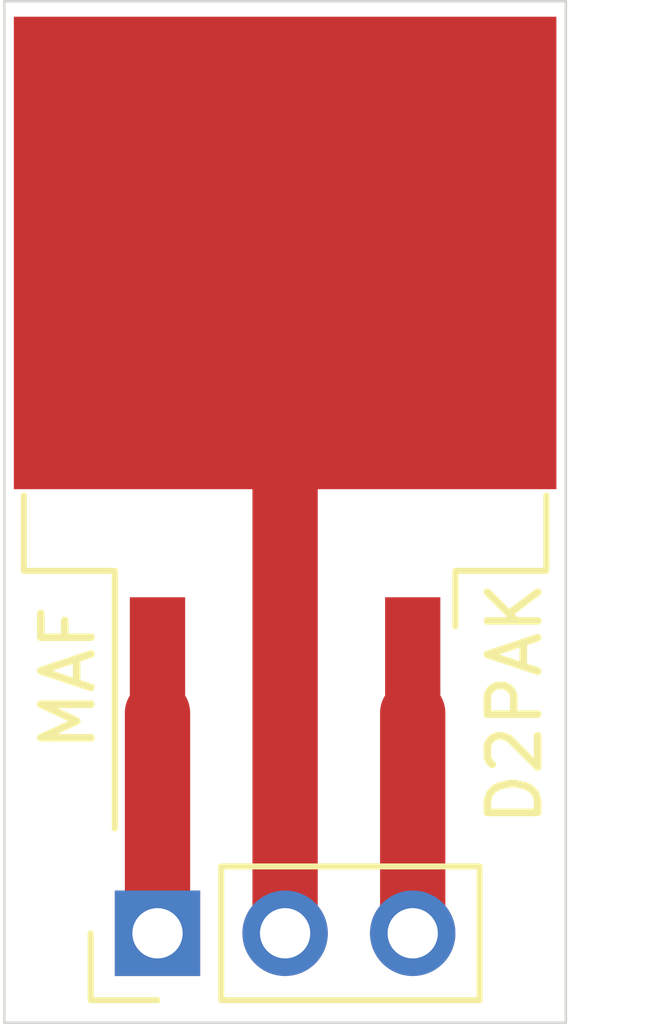
<source format=kicad_pcb>
(kicad_pcb (version 20171130) (host pcbnew 5.1.6-1.fc32)

  (general
    (thickness 1.6)
    (drawings 4)
    (tracks 3)
    (zones 0)
    (modules 2)
    (nets 1)
  )

  (page A4)
  (layers
    (0 F.Cu signal)
    (31 B.Cu signal)
    (32 B.Adhes user)
    (33 F.Adhes user)
    (34 B.Paste user)
    (35 F.Paste user)
    (36 B.SilkS user)
    (37 F.SilkS user)
    (38 B.Mask user)
    (39 F.Mask user)
    (40 Dwgs.User user)
    (41 Cmts.User user)
    (42 Eco1.User user)
    (43 Eco2.User user)
    (44 Edge.Cuts user)
    (45 Margin user)
    (46 B.CrtYd user)
    (47 F.CrtYd user)
    (48 B.Fab user)
    (49 F.Fab user)
  )

  (setup
    (last_trace_width 0.25)
    (trace_clearance 0.2)
    (zone_clearance 0.508)
    (zone_45_only no)
    (trace_min 0.2)
    (via_size 0.8)
    (via_drill 0.4)
    (via_min_size 0.4)
    (via_min_drill 0.3)
    (uvia_size 0.3)
    (uvia_drill 0.1)
    (uvias_allowed no)
    (uvia_min_size 0.2)
    (uvia_min_drill 0.1)
    (edge_width 0.05)
    (segment_width 0.2)
    (pcb_text_width 0.3)
    (pcb_text_size 1.5 1.5)
    (mod_edge_width 0.12)
    (mod_text_size 1 1)
    (mod_text_width 0.15)
    (pad_size 1.524 1.524)
    (pad_drill 0.762)
    (pad_to_mask_clearance 0.05)
    (aux_axis_origin 0 0)
    (visible_elements FFFFFF7F)
    (pcbplotparams
      (layerselection 0x010fc_ffffffff)
      (usegerberextensions false)
      (usegerberattributes true)
      (usegerberadvancedattributes true)
      (creategerberjobfile true)
      (excludeedgelayer true)
      (linewidth 0.100000)
      (plotframeref false)
      (viasonmask false)
      (mode 1)
      (useauxorigin false)
      (hpglpennumber 1)
      (hpglpenspeed 20)
      (hpglpendiameter 15.000000)
      (psnegative false)
      (psa4output false)
      (plotreference true)
      (plotvalue true)
      (plotinvisibletext false)
      (padsonsilk false)
      (subtractmaskfromsilk false)
      (outputformat 1)
      (mirror false)
      (drillshape 1)
      (scaleselection 1)
      (outputdirectory ""))
  )

  (net 0 "")

  (net_class Default "This is the default net class."
    (clearance 0.2)
    (trace_width 0.25)
    (via_dia 0.8)
    (via_drill 0.4)
    (uvia_dia 0.3)
    (uvia_drill 0.1)
  )

  (module Connector_PinHeader_2.54mm:PinHeader_1x03_P2.54mm_Vertical (layer F.Cu) (tedit 59FED5CC) (tstamp 5F732D5F)
    (at 142.748 65.532 90)
    (descr "Through hole straight pin header, 1x03, 2.54mm pitch, single row")
    (tags "Through hole pin header THT 1x03 2.54mm single row")
    (fp_text reference D2PAK (at 4.572 7.112 90) (layer F.SilkS)
      (effects (font (size 1 1) (thickness 0.15)))
    )
    (fp_text value " " (at 0 7.41 90) (layer F.Fab)
      (effects (font (size 1 1) (thickness 0.15)))
    )
    (fp_line (start 1.8 -1.8) (end -1.8 -1.8) (layer F.CrtYd) (width 0.05))
    (fp_line (start 1.8 6.85) (end 1.8 -1.8) (layer F.CrtYd) (width 0.05))
    (fp_line (start -1.8 6.85) (end 1.8 6.85) (layer F.CrtYd) (width 0.05))
    (fp_line (start -1.8 -1.8) (end -1.8 6.85) (layer F.CrtYd) (width 0.05))
    (fp_line (start -1.33 -1.33) (end 0 -1.33) (layer F.SilkS) (width 0.12))
    (fp_line (start -1.33 0) (end -1.33 -1.33) (layer F.SilkS) (width 0.12))
    (fp_line (start -1.33 1.27) (end 1.33 1.27) (layer F.SilkS) (width 0.12))
    (fp_line (start 1.33 1.27) (end 1.33 6.41) (layer F.SilkS) (width 0.12))
    (fp_line (start -1.33 1.27) (end -1.33 6.41) (layer F.SilkS) (width 0.12))
    (fp_line (start -1.33 6.41) (end 1.33 6.41) (layer F.SilkS) (width 0.12))
    (fp_line (start -1.27 -0.635) (end -0.635 -1.27) (layer F.Fab) (width 0.1))
    (fp_line (start -1.27 6.35) (end -1.27 -0.635) (layer F.Fab) (width 0.1))
    (fp_line (start 1.27 6.35) (end -1.27 6.35) (layer F.Fab) (width 0.1))
    (fp_line (start 1.27 -1.27) (end 1.27 6.35) (layer F.Fab) (width 0.1))
    (fp_line (start -0.635 -1.27) (end 1.27 -1.27) (layer F.Fab) (width 0.1))
    (fp_text user %R (at 0 2.54) (layer F.Fab)
      (effects (font (size 1 1) (thickness 0.15)))
    )
    (pad 3 thru_hole oval (at 0 5.08 90) (size 1.7 1.7) (drill 1) (layers *.Cu *.Mask))
    (pad 2 thru_hole oval (at 0 2.54 90) (size 1.7 1.7) (drill 1) (layers *.Cu *.Mask))
    (pad 1 thru_hole rect (at 0 0 90) (size 1.7 1.7) (drill 1) (layers *.Cu *.Mask))
    (model ${KISYS3DMOD}/Connector_PinHeader_2.54mm.3dshapes/PinHeader_1x03_P2.54mm_Vertical.wrl
      (at (xyz 0 0 0))
      (scale (xyz 1 1 1))
      (rotate (xyz 0 0 0))
    )
  )

  (module Package_TO_SOT_SMD:TO-263-2 (layer F.Cu) (tedit 5A70FB7B) (tstamp 5F730B23)
    (at 145.288 55.372 90)
    (descr "TO-263 / D2PAK / DDPAK SMD package, http://www.infineon.com/cms/en/product/packages/PG-TO263/PG-TO263-3-1/")
    (tags "D2PAK DDPAK TO-263 D2PAK-3 TO-263-3 SOT-404")
    (attr smd)
    (fp_text reference MAF (at -5.08 -4.318 90) (layer F.SilkS)
      (effects (font (size 1 1) (thickness 0.15)))
    )
    (fp_text value " " (at 0 6.65 90) (layer F.Fab)
      (effects (font (size 1 1) (thickness 0.15)))
    )
    (fp_line (start 8.32 -5.65) (end -8.32 -5.65) (layer F.CrtYd) (width 0.05))
    (fp_line (start 8.32 5.65) (end 8.32 -5.65) (layer F.CrtYd) (width 0.05))
    (fp_line (start -8.32 5.65) (end 8.32 5.65) (layer F.CrtYd) (width 0.05))
    (fp_line (start -8.32 -5.65) (end -8.32 5.65) (layer F.CrtYd) (width 0.05))
    (fp_line (start -2.95 3.39) (end -4.05 3.39) (layer F.SilkS) (width 0.12))
    (fp_line (start -2.95 5.2) (end -2.95 3.39) (layer F.SilkS) (width 0.12))
    (fp_line (start -1.45 5.2) (end -2.95 5.2) (layer F.SilkS) (width 0.12))
    (fp_line (start -2.95 -3.39) (end -8.075 -3.39) (layer F.SilkS) (width 0.12))
    (fp_line (start -2.95 -5.2) (end -2.95 -3.39) (layer F.SilkS) (width 0.12))
    (fp_line (start -1.45 -5.2) (end -2.95 -5.2) (layer F.SilkS) (width 0.12))
    (fp_line (start -7.45 3.04) (end -2.75 3.04) (layer F.Fab) (width 0.1))
    (fp_line (start -7.45 2.04) (end -7.45 3.04) (layer F.Fab) (width 0.1))
    (fp_line (start -2.75 2.04) (end -7.45 2.04) (layer F.Fab) (width 0.1))
    (fp_line (start -7.45 -2.04) (end -2.75 -2.04) (layer F.Fab) (width 0.1))
    (fp_line (start -7.45 -3.04) (end -7.45 -2.04) (layer F.Fab) (width 0.1))
    (fp_line (start -2.75 -3.04) (end -7.45 -3.04) (layer F.Fab) (width 0.1))
    (fp_line (start -1.75 -5) (end 6.5 -5) (layer F.Fab) (width 0.1))
    (fp_line (start -2.75 -4) (end -1.75 -5) (layer F.Fab) (width 0.1))
    (fp_line (start -2.75 5) (end -2.75 -4) (layer F.Fab) (width 0.1))
    (fp_line (start 6.5 5) (end -2.75 5) (layer F.Fab) (width 0.1))
    (fp_line (start 6.5 -5) (end 6.5 5) (layer F.Fab) (width 0.1))
    (fp_line (start 7.5 5) (end 6.5 5) (layer F.Fab) (width 0.1))
    (fp_line (start 7.5 -5) (end 7.5 5) (layer F.Fab) (width 0.1))
    (fp_line (start 6.5 -5) (end 7.5 -5) (layer F.Fab) (width 0.1))
    (fp_text user %R (at 0 0 90) (layer F.Fab)
      (effects (font (size 1 1) (thickness 0.15)))
    )
    (pad "" smd rect (at 0.95 2.775 90) (size 4.55 5.25) (layers F.Paste))
    (pad "" smd rect (at 5.8 -2.775 90) (size 4.55 5.25) (layers F.Paste))
    (pad "" smd rect (at 0.95 -2.775 90) (size 4.55 5.25) (layers F.Paste))
    (pad "" smd rect (at 5.8 2.775 90) (size 4.55 5.25) (layers F.Paste))
    (pad 2 smd rect (at 3.375 0 90) (size 9.4 10.8) (layers F.Cu F.Mask))
    (pad 3 smd rect (at -5.775 2.54 90) (size 4.6 1.1) (layers F.Cu F.Paste F.Mask))
    (pad 1 smd rect (at -5.775 -2.54 90) (size 4.6 1.1) (layers F.Cu F.Paste F.Mask))
    (model ${KISYS3DMOD}/Package_TO_SOT_SMD.3dshapes/TO-263-2.wrl
      (at (xyz 0 0 0))
      (scale (xyz 1 1 1))
      (rotate (xyz 0 0 0))
    )
  )

  (gr_line (start 139.7 67.31) (end 139.7 46.99) (layer Edge.Cuts) (width 0.05) (tstamp 5F732F7E))
  (gr_line (start 150.876 67.31) (end 139.7 67.31) (layer Edge.Cuts) (width 0.05))
  (gr_line (start 150.876 46.99) (end 150.876 67.31) (layer Edge.Cuts) (width 0.05))
  (gr_line (start 139.7 46.99) (end 150.876 46.99) (layer Edge.Cuts) (width 0.05))

  (segment (start 142.748 65.532) (end 142.748 61.147) (width 1.3) (layer F.Cu) (net 0))
  (segment (start 147.828 65.532) (end 147.828 61.147) (width 1.3) (layer F.Cu) (net 0))
  (segment (start 145.288 65.532) (end 145.288 51.997) (width 1.3) (layer F.Cu) (net 0))

)

</source>
